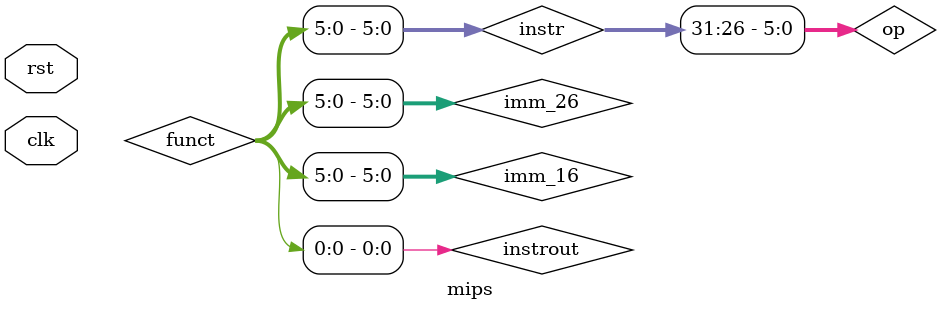
<source format=v>
`timescale 1ns/1ns  
module mips (clk,rst);
    input       clk;
    input       rst;
   //output [31:0] instrout;
    wire        zero;
    wire beqout;
    wire bgezout;
    wire [4:0]  ALUctr;
    wire [1:0]  ExtOp;
   // wire [31:0] nPC;
    wire [31:0] PC_add_4;
    wire [4:0]  RS;
    wire [4:0]  RT;
    wire [4:0]  RD;
    wire [4:0]  SA;
    wire [15:0] imm_16;
    wire [25:0] imm_26;
   // wire [31:0] PC;
    wire [31:0] ALUout;
    wire [31:0] ALULateOut;
    wire [31:0] RS1out;
    wire [31:0] RS1Lateout;
   // wire [31:0] RS2out;
    wire [31:0] instr;
    wire [31:0] PCout;
    wire [31:0] PCin;
    wire [31:0] DMout;
    wire [31:0] extout;
     wire [31:0] RS2out;
     wire [2:0] npc_sel;
     wire RegWrt;
     wire DMWrite;
     wire [5:0] op,funct;
      
      wire [4:0] mux4_5out;
      wire [31:0] mux4_32out;
      wire [31:0] MemToRegLateout;
      wire [31:0] mux2out;
      wire [31:0] DB2Lateout;
      
      wire [2:0] mux4_32sel,mux4_5sel;
      wire mux2sel;
     
	 wire IRWre;
	 wire PCWE;//写使能信号
    assign instrout = instr;  
    assign op = instr[31:26];
    assign RS = instr[25:21];
    assign RT = instr[20:16];
    assign RD = instr[15:11];
    assign SA =  instr[10:6];       //shamt
    assign funct = instr[5:0];
    assign imm_16 = instr[15:0];
    assign imm_26 = instr[25:0];
    
    //module im_4k (addr,dout) ;
    im_4k U_IM(PCout[11:2],instr);
    
    //module dm_4k (addr,din,we,clk,dout );
    dm_4k U_DM( ALULateOut[11:2],RS2out,DMWrite,clk,DMout);
    
    //module nPC (imm_16,imm_26,PC,nPCop,nPC,PC_add_4,RS1Lateout);
    
    nPC U_nPC(imm_16,imm_26,PCout,npc_sel,PCin,PC_add_4,RS1Lateout); 
    
    
    //module PC (rst,clk,nPC,PC);
    PC U_PC (PCWE,rst,clk,PCin,PCout);
    
    //module RegFile( CLK_I, RS1_I, RS2_I, RD_I, RegWr_I,WData_I,RS1_O, RS2_O);
    RegFile U_RF (clk,RS,RT,mux4_5out,RegWrt,MemToRegLateout,RS1out,RS2out);
    
    //module Alu( A, B, Ctrl, C, Zero,beqout,bgezout );
    ALu U_ALU(RS1Lateout,DB2Lateout,ALUctr,ALUout,zero,beqout,bgezout);
    
    //module Extender ( EXTop,imm16,extout);
    sign_Ext U_signExt(ExtOp,imm_16,extout);
    //module Mux_4_32 (muxSel,in1,in2,in3,in4,Mout);
     Mux_4_32 U_mux4_32(mux4_32sel,ALULateOut,DMout,PC_add_4,extout,mux4_32out);
    
     Mux_4_5 U_mux4_5(mux4_5sel,RT,RD,mux4_5out);
    
     Mux_2 U_mux2(mux2sel,RS2out,extout,mux2out);  
    
    
    //module ctrl (clk,rst,op,funct,beqout,bgezout,ALUctr,DMWrite,npc_sel,RegWrt,ExtOp,mux4_5sel,mux4_32sel,mux2sel);
    ctrl U_CTRL(PCWE,clk,rst,op,funct,beqout,bgezout,ALUctr,DMWrite,npc_sel,RegWrt,ExtOp,mux4_5sel,mux4_32sel,mux2sel);
    
    //多周期部分：
    DataLate U_ALULateOut(ALUout, clk, ALULateOut);
    DataLate U_ADR(RS1out, clk, RS1Lateout);
    DataLate U_BDR(mux2out, clk, DB2Lateout);
    DataLate U_ALUM2DR(mux4_32out, clk, MemToRegLateout);
       

endmodule
</source>
